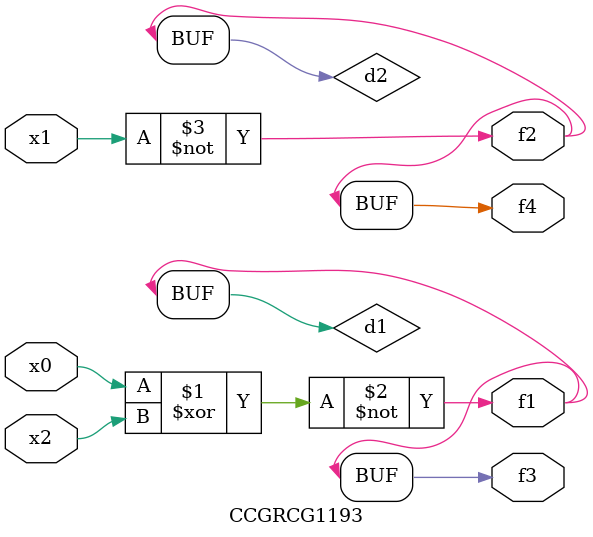
<source format=v>
module CCGRCG1193(
	input x0, x1, x2,
	output f1, f2, f3, f4
);

	wire d1, d2, d3;

	xnor (d1, x0, x2);
	nand (d2, x1);
	nor (d3, x1, x2);
	assign f1 = d1;
	assign f2 = d2;
	assign f3 = d1;
	assign f4 = d2;
endmodule

</source>
